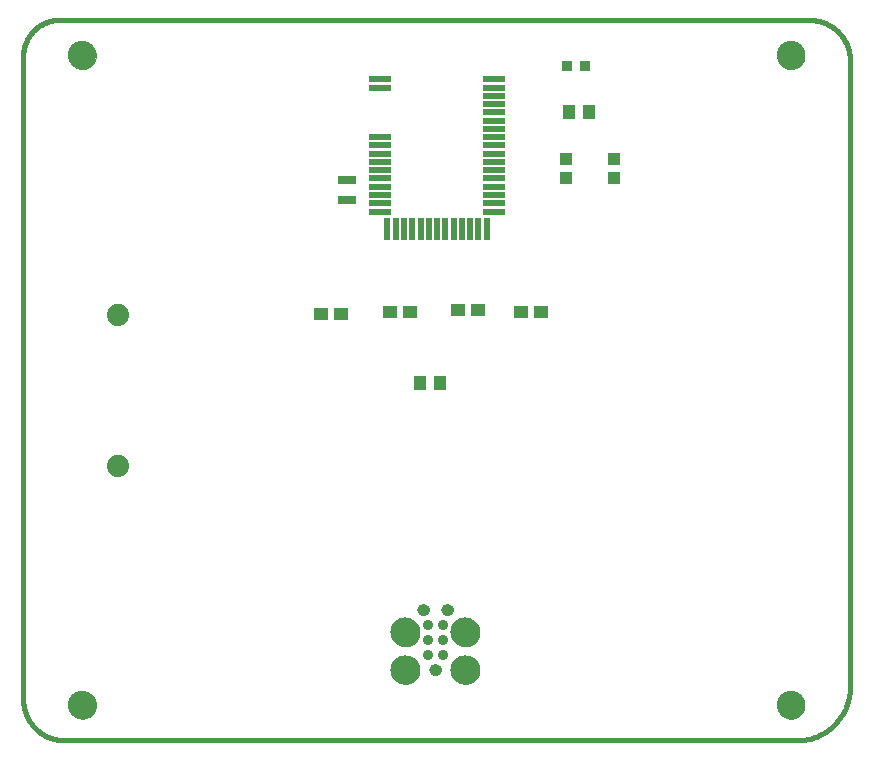
<source format=gts>
G75*
%MOIN*%
%OFA0B0*%
%FSLAX25Y25*%
%IPPOS*%
%LPD*%
%AMOC8*
5,1,8,0,0,1.08239X$1,22.5*
%
%ADD10C,0.01600*%
%ADD11C,0.00000*%
%ADD12C,0.09455*%
%ADD13C,0.07400*%
%ADD14R,0.07683X0.02369*%
%ADD15R,0.02369X0.07683*%
%ADD16R,0.04731X0.04337*%
%ADD17R,0.04337X0.04731*%
%ADD18R,0.05912X0.03156*%
%ADD19R,0.03550X0.03550*%
%ADD20R,0.03943X0.04140*%
%ADD21C,0.03500*%
%ADD22C,0.03900*%
%ADD23C,0.09750*%
D10*
X0017183Y0004413D02*
X0261183Y0004413D01*
X0261614Y0004418D01*
X0262045Y0004434D01*
X0262475Y0004460D01*
X0262905Y0004496D01*
X0263333Y0004543D01*
X0263760Y0004600D01*
X0264186Y0004668D01*
X0264610Y0004745D01*
X0265032Y0004833D01*
X0265452Y0004931D01*
X0265869Y0005040D01*
X0266283Y0005158D01*
X0266695Y0005286D01*
X0267103Y0005424D01*
X0267508Y0005572D01*
X0267909Y0005730D01*
X0268306Y0005897D01*
X0268700Y0006074D01*
X0269088Y0006260D01*
X0269472Y0006456D01*
X0269851Y0006661D01*
X0270226Y0006875D01*
X0270595Y0007098D01*
X0270958Y0007330D01*
X0271316Y0007570D01*
X0271667Y0007820D01*
X0272013Y0008077D01*
X0272352Y0008343D01*
X0272685Y0008617D01*
X0273011Y0008899D01*
X0273330Y0009189D01*
X0273642Y0009486D01*
X0273947Y0009791D01*
X0274244Y0010103D01*
X0274534Y0010422D01*
X0274816Y0010748D01*
X0275090Y0011081D01*
X0275356Y0011420D01*
X0275613Y0011766D01*
X0275863Y0012117D01*
X0276103Y0012475D01*
X0276335Y0012838D01*
X0276558Y0013207D01*
X0276772Y0013582D01*
X0276977Y0013961D01*
X0277173Y0014345D01*
X0277359Y0014733D01*
X0277536Y0015127D01*
X0277703Y0015524D01*
X0277861Y0015925D01*
X0278009Y0016330D01*
X0278147Y0016738D01*
X0278275Y0017150D01*
X0278393Y0017564D01*
X0278502Y0017981D01*
X0278600Y0018401D01*
X0278688Y0018823D01*
X0278765Y0019247D01*
X0278833Y0019673D01*
X0278890Y0020100D01*
X0278937Y0020528D01*
X0278973Y0020958D01*
X0278999Y0021388D01*
X0279015Y0021819D01*
X0279020Y0022250D01*
X0279020Y0231116D01*
X0279019Y0231116D02*
X0279015Y0231441D01*
X0279003Y0231766D01*
X0278984Y0232091D01*
X0278956Y0232414D01*
X0278921Y0232738D01*
X0278878Y0233060D01*
X0278827Y0233381D01*
X0278768Y0233701D01*
X0278702Y0234019D01*
X0278628Y0234336D01*
X0278546Y0234650D01*
X0278457Y0234963D01*
X0278361Y0235274D01*
X0278256Y0235581D01*
X0278145Y0235887D01*
X0278026Y0236189D01*
X0277900Y0236489D01*
X0277766Y0236786D01*
X0277626Y0237079D01*
X0277478Y0237368D01*
X0277323Y0237654D01*
X0277162Y0237937D01*
X0276994Y0238215D01*
X0276819Y0238489D01*
X0276637Y0238759D01*
X0276450Y0239024D01*
X0276255Y0239285D01*
X0276055Y0239541D01*
X0275848Y0239792D01*
X0275635Y0240038D01*
X0275417Y0240278D01*
X0275193Y0240514D01*
X0274963Y0240744D01*
X0274727Y0240968D01*
X0274487Y0241186D01*
X0274241Y0241399D01*
X0273990Y0241606D01*
X0273734Y0241806D01*
X0273473Y0242001D01*
X0273208Y0242188D01*
X0272938Y0242370D01*
X0272664Y0242545D01*
X0272386Y0242713D01*
X0272103Y0242874D01*
X0271817Y0243029D01*
X0271528Y0243177D01*
X0271235Y0243317D01*
X0270938Y0243451D01*
X0270638Y0243577D01*
X0270336Y0243696D01*
X0270030Y0243807D01*
X0269723Y0243912D01*
X0269412Y0244008D01*
X0269099Y0244097D01*
X0268785Y0244179D01*
X0268468Y0244253D01*
X0268150Y0244319D01*
X0267830Y0244378D01*
X0267509Y0244429D01*
X0267187Y0244472D01*
X0266863Y0244507D01*
X0266540Y0244535D01*
X0266215Y0244554D01*
X0265890Y0244566D01*
X0265565Y0244570D01*
X0265565Y0244571D02*
X0015369Y0244571D01*
X0015080Y0244568D01*
X0014792Y0244557D01*
X0014504Y0244540D01*
X0014217Y0244515D01*
X0013930Y0244484D01*
X0013644Y0244446D01*
X0013359Y0244401D01*
X0013075Y0244349D01*
X0012793Y0244290D01*
X0012512Y0244224D01*
X0012232Y0244152D01*
X0011955Y0244072D01*
X0011679Y0243987D01*
X0011406Y0243894D01*
X0011135Y0243795D01*
X0010866Y0243690D01*
X0010601Y0243577D01*
X0010337Y0243459D01*
X0010077Y0243334D01*
X0009820Y0243203D01*
X0009566Y0243066D01*
X0009316Y0242923D01*
X0009069Y0242774D01*
X0008826Y0242618D01*
X0008586Y0242457D01*
X0008351Y0242291D01*
X0008119Y0242118D01*
X0007892Y0241940D01*
X0007670Y0241757D01*
X0007451Y0241568D01*
X0007238Y0241374D01*
X0007029Y0241175D01*
X0006825Y0240971D01*
X0006626Y0240762D01*
X0006432Y0240549D01*
X0006243Y0240330D01*
X0006060Y0240108D01*
X0005882Y0239881D01*
X0005709Y0239649D01*
X0005543Y0239414D01*
X0005382Y0239174D01*
X0005226Y0238931D01*
X0005077Y0238684D01*
X0004934Y0238434D01*
X0004797Y0238180D01*
X0004666Y0237923D01*
X0004541Y0237663D01*
X0004423Y0237399D01*
X0004310Y0237134D01*
X0004205Y0236865D01*
X0004106Y0236594D01*
X0004013Y0236321D01*
X0003928Y0236045D01*
X0003848Y0235768D01*
X0003776Y0235488D01*
X0003710Y0235207D01*
X0003651Y0234925D01*
X0003599Y0234641D01*
X0003554Y0234356D01*
X0003516Y0234070D01*
X0003485Y0233783D01*
X0003460Y0233496D01*
X0003443Y0233208D01*
X0003432Y0232920D01*
X0003429Y0232631D01*
X0003429Y0018168D01*
X0003433Y0017836D01*
X0003445Y0017503D01*
X0003465Y0017172D01*
X0003493Y0016841D01*
X0003529Y0016510D01*
X0003573Y0016181D01*
X0003625Y0015852D01*
X0003685Y0015525D01*
X0003753Y0015200D01*
X0003829Y0014876D01*
X0003912Y0014555D01*
X0004003Y0014235D01*
X0004102Y0013918D01*
X0004209Y0013603D01*
X0004323Y0013291D01*
X0004444Y0012981D01*
X0004573Y0012675D01*
X0004710Y0012372D01*
X0004854Y0012072D01*
X0005004Y0011776D01*
X0005162Y0011484D01*
X0005327Y0011195D01*
X0005499Y0010911D01*
X0005678Y0010631D01*
X0005864Y0010355D01*
X0006056Y0010084D01*
X0006254Y0009817D01*
X0006459Y0009555D01*
X0006671Y0009299D01*
X0006888Y0009047D01*
X0007111Y0008801D01*
X0007341Y0008561D01*
X0007576Y0008326D01*
X0007816Y0008096D01*
X0008062Y0007873D01*
X0008314Y0007656D01*
X0008570Y0007444D01*
X0008832Y0007239D01*
X0009099Y0007041D01*
X0009370Y0006849D01*
X0009646Y0006663D01*
X0009926Y0006484D01*
X0010210Y0006312D01*
X0010499Y0006147D01*
X0010791Y0005989D01*
X0011087Y0005839D01*
X0011387Y0005695D01*
X0011690Y0005558D01*
X0011996Y0005429D01*
X0012306Y0005308D01*
X0012618Y0005194D01*
X0012933Y0005087D01*
X0013250Y0004988D01*
X0013570Y0004897D01*
X0013891Y0004814D01*
X0014215Y0004738D01*
X0014540Y0004670D01*
X0014867Y0004610D01*
X0015196Y0004558D01*
X0015525Y0004514D01*
X0015856Y0004478D01*
X0016187Y0004450D01*
X0016518Y0004430D01*
X0016851Y0004418D01*
X0017183Y0004414D01*
D11*
X0018586Y0016224D02*
X0018588Y0016358D01*
X0018594Y0016492D01*
X0018604Y0016626D01*
X0018618Y0016760D01*
X0018636Y0016893D01*
X0018657Y0017025D01*
X0018683Y0017157D01*
X0018713Y0017288D01*
X0018746Y0017418D01*
X0018783Y0017546D01*
X0018825Y0017674D01*
X0018869Y0017801D01*
X0018918Y0017926D01*
X0018970Y0018049D01*
X0019026Y0018171D01*
X0019086Y0018292D01*
X0019149Y0018410D01*
X0019215Y0018527D01*
X0019285Y0018641D01*
X0019358Y0018754D01*
X0019435Y0018864D01*
X0019515Y0018972D01*
X0019598Y0019077D01*
X0019684Y0019180D01*
X0019773Y0019280D01*
X0019865Y0019378D01*
X0019960Y0019473D01*
X0020058Y0019565D01*
X0020158Y0019654D01*
X0020261Y0019740D01*
X0020366Y0019823D01*
X0020474Y0019903D01*
X0020584Y0019980D01*
X0020697Y0020053D01*
X0020811Y0020123D01*
X0020928Y0020189D01*
X0021046Y0020252D01*
X0021167Y0020312D01*
X0021289Y0020368D01*
X0021412Y0020420D01*
X0021537Y0020469D01*
X0021664Y0020513D01*
X0021792Y0020555D01*
X0021920Y0020592D01*
X0022050Y0020625D01*
X0022181Y0020655D01*
X0022313Y0020681D01*
X0022445Y0020702D01*
X0022578Y0020720D01*
X0022712Y0020734D01*
X0022846Y0020744D01*
X0022980Y0020750D01*
X0023114Y0020752D01*
X0023248Y0020750D01*
X0023382Y0020744D01*
X0023516Y0020734D01*
X0023650Y0020720D01*
X0023783Y0020702D01*
X0023915Y0020681D01*
X0024047Y0020655D01*
X0024178Y0020625D01*
X0024308Y0020592D01*
X0024436Y0020555D01*
X0024564Y0020513D01*
X0024691Y0020469D01*
X0024816Y0020420D01*
X0024939Y0020368D01*
X0025061Y0020312D01*
X0025182Y0020252D01*
X0025300Y0020189D01*
X0025417Y0020123D01*
X0025531Y0020053D01*
X0025644Y0019980D01*
X0025754Y0019903D01*
X0025862Y0019823D01*
X0025967Y0019740D01*
X0026070Y0019654D01*
X0026170Y0019565D01*
X0026268Y0019473D01*
X0026363Y0019378D01*
X0026455Y0019280D01*
X0026544Y0019180D01*
X0026630Y0019077D01*
X0026713Y0018972D01*
X0026793Y0018864D01*
X0026870Y0018754D01*
X0026943Y0018641D01*
X0027013Y0018527D01*
X0027079Y0018410D01*
X0027142Y0018292D01*
X0027202Y0018171D01*
X0027258Y0018049D01*
X0027310Y0017926D01*
X0027359Y0017801D01*
X0027403Y0017674D01*
X0027445Y0017546D01*
X0027482Y0017418D01*
X0027515Y0017288D01*
X0027545Y0017157D01*
X0027571Y0017025D01*
X0027592Y0016893D01*
X0027610Y0016760D01*
X0027624Y0016626D01*
X0027634Y0016492D01*
X0027640Y0016358D01*
X0027642Y0016224D01*
X0027640Y0016090D01*
X0027634Y0015956D01*
X0027624Y0015822D01*
X0027610Y0015688D01*
X0027592Y0015555D01*
X0027571Y0015423D01*
X0027545Y0015291D01*
X0027515Y0015160D01*
X0027482Y0015030D01*
X0027445Y0014902D01*
X0027403Y0014774D01*
X0027359Y0014647D01*
X0027310Y0014522D01*
X0027258Y0014399D01*
X0027202Y0014277D01*
X0027142Y0014156D01*
X0027079Y0014038D01*
X0027013Y0013921D01*
X0026943Y0013807D01*
X0026870Y0013694D01*
X0026793Y0013584D01*
X0026713Y0013476D01*
X0026630Y0013371D01*
X0026544Y0013268D01*
X0026455Y0013168D01*
X0026363Y0013070D01*
X0026268Y0012975D01*
X0026170Y0012883D01*
X0026070Y0012794D01*
X0025967Y0012708D01*
X0025862Y0012625D01*
X0025754Y0012545D01*
X0025644Y0012468D01*
X0025531Y0012395D01*
X0025417Y0012325D01*
X0025300Y0012259D01*
X0025182Y0012196D01*
X0025061Y0012136D01*
X0024939Y0012080D01*
X0024816Y0012028D01*
X0024691Y0011979D01*
X0024564Y0011935D01*
X0024436Y0011893D01*
X0024308Y0011856D01*
X0024178Y0011823D01*
X0024047Y0011793D01*
X0023915Y0011767D01*
X0023783Y0011746D01*
X0023650Y0011728D01*
X0023516Y0011714D01*
X0023382Y0011704D01*
X0023248Y0011698D01*
X0023114Y0011696D01*
X0022980Y0011698D01*
X0022846Y0011704D01*
X0022712Y0011714D01*
X0022578Y0011728D01*
X0022445Y0011746D01*
X0022313Y0011767D01*
X0022181Y0011793D01*
X0022050Y0011823D01*
X0021920Y0011856D01*
X0021792Y0011893D01*
X0021664Y0011935D01*
X0021537Y0011979D01*
X0021412Y0012028D01*
X0021289Y0012080D01*
X0021167Y0012136D01*
X0021046Y0012196D01*
X0020928Y0012259D01*
X0020811Y0012325D01*
X0020697Y0012395D01*
X0020584Y0012468D01*
X0020474Y0012545D01*
X0020366Y0012625D01*
X0020261Y0012708D01*
X0020158Y0012794D01*
X0020058Y0012883D01*
X0019960Y0012975D01*
X0019865Y0013070D01*
X0019773Y0013168D01*
X0019684Y0013268D01*
X0019598Y0013371D01*
X0019515Y0013476D01*
X0019435Y0013584D01*
X0019358Y0013694D01*
X0019285Y0013807D01*
X0019215Y0013921D01*
X0019149Y0014038D01*
X0019086Y0014156D01*
X0019026Y0014277D01*
X0018970Y0014399D01*
X0018918Y0014522D01*
X0018869Y0014647D01*
X0018825Y0014774D01*
X0018783Y0014902D01*
X0018746Y0015030D01*
X0018713Y0015160D01*
X0018683Y0015291D01*
X0018657Y0015423D01*
X0018636Y0015555D01*
X0018618Y0015688D01*
X0018604Y0015822D01*
X0018594Y0015956D01*
X0018588Y0016090D01*
X0018586Y0016224D01*
X0126156Y0027996D02*
X0126158Y0028133D01*
X0126164Y0028269D01*
X0126174Y0028405D01*
X0126188Y0028541D01*
X0126206Y0028677D01*
X0126228Y0028812D01*
X0126253Y0028946D01*
X0126283Y0029079D01*
X0126317Y0029211D01*
X0126354Y0029343D01*
X0126395Y0029473D01*
X0126441Y0029602D01*
X0126489Y0029730D01*
X0126542Y0029856D01*
X0126598Y0029980D01*
X0126658Y0030103D01*
X0126721Y0030224D01*
X0126788Y0030343D01*
X0126858Y0030460D01*
X0126932Y0030576D01*
X0127009Y0030688D01*
X0127089Y0030799D01*
X0127173Y0030907D01*
X0127260Y0031013D01*
X0127349Y0031116D01*
X0127442Y0031216D01*
X0127537Y0031314D01*
X0127636Y0031409D01*
X0127737Y0031501D01*
X0127841Y0031589D01*
X0127947Y0031675D01*
X0128056Y0031758D01*
X0128167Y0031837D01*
X0128280Y0031914D01*
X0128396Y0031987D01*
X0128513Y0032056D01*
X0128633Y0032122D01*
X0128754Y0032184D01*
X0128878Y0032243D01*
X0129003Y0032299D01*
X0129129Y0032350D01*
X0129257Y0032398D01*
X0129386Y0032442D01*
X0129517Y0032483D01*
X0129649Y0032519D01*
X0129781Y0032552D01*
X0129915Y0032580D01*
X0130049Y0032605D01*
X0130184Y0032626D01*
X0130320Y0032643D01*
X0130456Y0032656D01*
X0130592Y0032665D01*
X0130729Y0032670D01*
X0130865Y0032671D01*
X0131002Y0032668D01*
X0131138Y0032661D01*
X0131274Y0032650D01*
X0131410Y0032635D01*
X0131545Y0032616D01*
X0131680Y0032593D01*
X0131814Y0032566D01*
X0131947Y0032536D01*
X0132079Y0032501D01*
X0132211Y0032463D01*
X0132340Y0032421D01*
X0132469Y0032375D01*
X0132596Y0032325D01*
X0132722Y0032271D01*
X0132846Y0032214D01*
X0132969Y0032154D01*
X0133089Y0032089D01*
X0133208Y0032022D01*
X0133324Y0031951D01*
X0133439Y0031876D01*
X0133551Y0031798D01*
X0133661Y0031717D01*
X0133769Y0031633D01*
X0133874Y0031545D01*
X0133976Y0031455D01*
X0134076Y0031362D01*
X0134173Y0031265D01*
X0134267Y0031166D01*
X0134358Y0031065D01*
X0134446Y0030960D01*
X0134531Y0030853D01*
X0134613Y0030744D01*
X0134692Y0030632D01*
X0134767Y0030518D01*
X0134839Y0030402D01*
X0134908Y0030284D01*
X0134973Y0030164D01*
X0135035Y0030042D01*
X0135093Y0029918D01*
X0135147Y0029793D01*
X0135198Y0029666D01*
X0135244Y0029538D01*
X0135288Y0029408D01*
X0135327Y0029277D01*
X0135363Y0029145D01*
X0135394Y0029012D01*
X0135422Y0028879D01*
X0135446Y0028744D01*
X0135466Y0028609D01*
X0135482Y0028473D01*
X0135494Y0028337D01*
X0135502Y0028201D01*
X0135506Y0028064D01*
X0135506Y0027928D01*
X0135502Y0027791D01*
X0135494Y0027655D01*
X0135482Y0027519D01*
X0135466Y0027383D01*
X0135446Y0027248D01*
X0135422Y0027113D01*
X0135394Y0026980D01*
X0135363Y0026847D01*
X0135327Y0026715D01*
X0135288Y0026584D01*
X0135244Y0026454D01*
X0135198Y0026326D01*
X0135147Y0026199D01*
X0135093Y0026074D01*
X0135035Y0025950D01*
X0134973Y0025828D01*
X0134908Y0025708D01*
X0134839Y0025590D01*
X0134767Y0025474D01*
X0134692Y0025360D01*
X0134613Y0025248D01*
X0134531Y0025139D01*
X0134446Y0025032D01*
X0134358Y0024927D01*
X0134267Y0024826D01*
X0134173Y0024727D01*
X0134076Y0024630D01*
X0133976Y0024537D01*
X0133874Y0024447D01*
X0133769Y0024359D01*
X0133661Y0024275D01*
X0133551Y0024194D01*
X0133439Y0024116D01*
X0133324Y0024041D01*
X0133208Y0023970D01*
X0133089Y0023903D01*
X0132969Y0023838D01*
X0132846Y0023778D01*
X0132722Y0023721D01*
X0132596Y0023667D01*
X0132469Y0023617D01*
X0132340Y0023571D01*
X0132211Y0023529D01*
X0132079Y0023491D01*
X0131947Y0023456D01*
X0131814Y0023426D01*
X0131680Y0023399D01*
X0131545Y0023376D01*
X0131410Y0023357D01*
X0131274Y0023342D01*
X0131138Y0023331D01*
X0131002Y0023324D01*
X0130865Y0023321D01*
X0130729Y0023322D01*
X0130592Y0023327D01*
X0130456Y0023336D01*
X0130320Y0023349D01*
X0130184Y0023366D01*
X0130049Y0023387D01*
X0129915Y0023412D01*
X0129781Y0023440D01*
X0129649Y0023473D01*
X0129517Y0023509D01*
X0129386Y0023550D01*
X0129257Y0023594D01*
X0129129Y0023642D01*
X0129003Y0023693D01*
X0128878Y0023749D01*
X0128754Y0023808D01*
X0128633Y0023870D01*
X0128513Y0023936D01*
X0128396Y0024005D01*
X0128280Y0024078D01*
X0128167Y0024155D01*
X0128056Y0024234D01*
X0127947Y0024317D01*
X0127841Y0024403D01*
X0127737Y0024491D01*
X0127636Y0024583D01*
X0127537Y0024678D01*
X0127442Y0024776D01*
X0127349Y0024876D01*
X0127260Y0024979D01*
X0127173Y0025085D01*
X0127089Y0025193D01*
X0127009Y0025304D01*
X0126932Y0025416D01*
X0126858Y0025532D01*
X0126788Y0025649D01*
X0126721Y0025768D01*
X0126658Y0025889D01*
X0126598Y0026012D01*
X0126542Y0026136D01*
X0126489Y0026262D01*
X0126441Y0026390D01*
X0126395Y0026519D01*
X0126354Y0026649D01*
X0126317Y0026781D01*
X0126283Y0026913D01*
X0126253Y0027046D01*
X0126228Y0027180D01*
X0126206Y0027315D01*
X0126188Y0027451D01*
X0126174Y0027587D01*
X0126164Y0027723D01*
X0126158Y0027859D01*
X0126156Y0027996D01*
X0126156Y0040496D02*
X0126158Y0040633D01*
X0126164Y0040769D01*
X0126174Y0040905D01*
X0126188Y0041041D01*
X0126206Y0041177D01*
X0126228Y0041312D01*
X0126253Y0041446D01*
X0126283Y0041579D01*
X0126317Y0041711D01*
X0126354Y0041843D01*
X0126395Y0041973D01*
X0126441Y0042102D01*
X0126489Y0042230D01*
X0126542Y0042356D01*
X0126598Y0042480D01*
X0126658Y0042603D01*
X0126721Y0042724D01*
X0126788Y0042843D01*
X0126858Y0042960D01*
X0126932Y0043076D01*
X0127009Y0043188D01*
X0127089Y0043299D01*
X0127173Y0043407D01*
X0127260Y0043513D01*
X0127349Y0043616D01*
X0127442Y0043716D01*
X0127537Y0043814D01*
X0127636Y0043909D01*
X0127737Y0044001D01*
X0127841Y0044089D01*
X0127947Y0044175D01*
X0128056Y0044258D01*
X0128167Y0044337D01*
X0128280Y0044414D01*
X0128396Y0044487D01*
X0128513Y0044556D01*
X0128633Y0044622D01*
X0128754Y0044684D01*
X0128878Y0044743D01*
X0129003Y0044799D01*
X0129129Y0044850D01*
X0129257Y0044898D01*
X0129386Y0044942D01*
X0129517Y0044983D01*
X0129649Y0045019D01*
X0129781Y0045052D01*
X0129915Y0045080D01*
X0130049Y0045105D01*
X0130184Y0045126D01*
X0130320Y0045143D01*
X0130456Y0045156D01*
X0130592Y0045165D01*
X0130729Y0045170D01*
X0130865Y0045171D01*
X0131002Y0045168D01*
X0131138Y0045161D01*
X0131274Y0045150D01*
X0131410Y0045135D01*
X0131545Y0045116D01*
X0131680Y0045093D01*
X0131814Y0045066D01*
X0131947Y0045036D01*
X0132079Y0045001D01*
X0132211Y0044963D01*
X0132340Y0044921D01*
X0132469Y0044875D01*
X0132596Y0044825D01*
X0132722Y0044771D01*
X0132846Y0044714D01*
X0132969Y0044654D01*
X0133089Y0044589D01*
X0133208Y0044522D01*
X0133324Y0044451D01*
X0133439Y0044376D01*
X0133551Y0044298D01*
X0133661Y0044217D01*
X0133769Y0044133D01*
X0133874Y0044045D01*
X0133976Y0043955D01*
X0134076Y0043862D01*
X0134173Y0043765D01*
X0134267Y0043666D01*
X0134358Y0043565D01*
X0134446Y0043460D01*
X0134531Y0043353D01*
X0134613Y0043244D01*
X0134692Y0043132D01*
X0134767Y0043018D01*
X0134839Y0042902D01*
X0134908Y0042784D01*
X0134973Y0042664D01*
X0135035Y0042542D01*
X0135093Y0042418D01*
X0135147Y0042293D01*
X0135198Y0042166D01*
X0135244Y0042038D01*
X0135288Y0041908D01*
X0135327Y0041777D01*
X0135363Y0041645D01*
X0135394Y0041512D01*
X0135422Y0041379D01*
X0135446Y0041244D01*
X0135466Y0041109D01*
X0135482Y0040973D01*
X0135494Y0040837D01*
X0135502Y0040701D01*
X0135506Y0040564D01*
X0135506Y0040428D01*
X0135502Y0040291D01*
X0135494Y0040155D01*
X0135482Y0040019D01*
X0135466Y0039883D01*
X0135446Y0039748D01*
X0135422Y0039613D01*
X0135394Y0039480D01*
X0135363Y0039347D01*
X0135327Y0039215D01*
X0135288Y0039084D01*
X0135244Y0038954D01*
X0135198Y0038826D01*
X0135147Y0038699D01*
X0135093Y0038574D01*
X0135035Y0038450D01*
X0134973Y0038328D01*
X0134908Y0038208D01*
X0134839Y0038090D01*
X0134767Y0037974D01*
X0134692Y0037860D01*
X0134613Y0037748D01*
X0134531Y0037639D01*
X0134446Y0037532D01*
X0134358Y0037427D01*
X0134267Y0037326D01*
X0134173Y0037227D01*
X0134076Y0037130D01*
X0133976Y0037037D01*
X0133874Y0036947D01*
X0133769Y0036859D01*
X0133661Y0036775D01*
X0133551Y0036694D01*
X0133439Y0036616D01*
X0133324Y0036541D01*
X0133208Y0036470D01*
X0133089Y0036403D01*
X0132969Y0036338D01*
X0132846Y0036278D01*
X0132722Y0036221D01*
X0132596Y0036167D01*
X0132469Y0036117D01*
X0132340Y0036071D01*
X0132211Y0036029D01*
X0132079Y0035991D01*
X0131947Y0035956D01*
X0131814Y0035926D01*
X0131680Y0035899D01*
X0131545Y0035876D01*
X0131410Y0035857D01*
X0131274Y0035842D01*
X0131138Y0035831D01*
X0131002Y0035824D01*
X0130865Y0035821D01*
X0130729Y0035822D01*
X0130592Y0035827D01*
X0130456Y0035836D01*
X0130320Y0035849D01*
X0130184Y0035866D01*
X0130049Y0035887D01*
X0129915Y0035912D01*
X0129781Y0035940D01*
X0129649Y0035973D01*
X0129517Y0036009D01*
X0129386Y0036050D01*
X0129257Y0036094D01*
X0129129Y0036142D01*
X0129003Y0036193D01*
X0128878Y0036249D01*
X0128754Y0036308D01*
X0128633Y0036370D01*
X0128513Y0036436D01*
X0128396Y0036505D01*
X0128280Y0036578D01*
X0128167Y0036655D01*
X0128056Y0036734D01*
X0127947Y0036817D01*
X0127841Y0036903D01*
X0127737Y0036991D01*
X0127636Y0037083D01*
X0127537Y0037178D01*
X0127442Y0037276D01*
X0127349Y0037376D01*
X0127260Y0037479D01*
X0127173Y0037585D01*
X0127089Y0037693D01*
X0127009Y0037804D01*
X0126932Y0037916D01*
X0126858Y0038032D01*
X0126788Y0038149D01*
X0126721Y0038268D01*
X0126658Y0038389D01*
X0126598Y0038512D01*
X0126542Y0038636D01*
X0126489Y0038762D01*
X0126441Y0038890D01*
X0126395Y0039019D01*
X0126354Y0039149D01*
X0126317Y0039281D01*
X0126283Y0039413D01*
X0126253Y0039546D01*
X0126228Y0039680D01*
X0126206Y0039815D01*
X0126188Y0039951D01*
X0126174Y0040087D01*
X0126164Y0040223D01*
X0126158Y0040359D01*
X0126156Y0040496D01*
X0135081Y0047996D02*
X0135083Y0048079D01*
X0135089Y0048162D01*
X0135099Y0048245D01*
X0135113Y0048327D01*
X0135130Y0048409D01*
X0135152Y0048489D01*
X0135177Y0048568D01*
X0135206Y0048646D01*
X0135239Y0048723D01*
X0135276Y0048798D01*
X0135315Y0048871D01*
X0135359Y0048942D01*
X0135405Y0049011D01*
X0135455Y0049078D01*
X0135508Y0049142D01*
X0135564Y0049204D01*
X0135623Y0049263D01*
X0135685Y0049319D01*
X0135749Y0049372D01*
X0135816Y0049422D01*
X0135885Y0049468D01*
X0135956Y0049512D01*
X0136029Y0049551D01*
X0136104Y0049588D01*
X0136181Y0049621D01*
X0136259Y0049650D01*
X0136338Y0049675D01*
X0136418Y0049697D01*
X0136500Y0049714D01*
X0136582Y0049728D01*
X0136665Y0049738D01*
X0136748Y0049744D01*
X0136831Y0049746D01*
X0136914Y0049744D01*
X0136997Y0049738D01*
X0137080Y0049728D01*
X0137162Y0049714D01*
X0137244Y0049697D01*
X0137324Y0049675D01*
X0137403Y0049650D01*
X0137481Y0049621D01*
X0137558Y0049588D01*
X0137633Y0049551D01*
X0137706Y0049512D01*
X0137777Y0049468D01*
X0137846Y0049422D01*
X0137913Y0049372D01*
X0137977Y0049319D01*
X0138039Y0049263D01*
X0138098Y0049204D01*
X0138154Y0049142D01*
X0138207Y0049078D01*
X0138257Y0049011D01*
X0138303Y0048942D01*
X0138347Y0048871D01*
X0138386Y0048798D01*
X0138423Y0048723D01*
X0138456Y0048646D01*
X0138485Y0048568D01*
X0138510Y0048489D01*
X0138532Y0048409D01*
X0138549Y0048327D01*
X0138563Y0048245D01*
X0138573Y0048162D01*
X0138579Y0048079D01*
X0138581Y0047996D01*
X0138579Y0047913D01*
X0138573Y0047830D01*
X0138563Y0047747D01*
X0138549Y0047665D01*
X0138532Y0047583D01*
X0138510Y0047503D01*
X0138485Y0047424D01*
X0138456Y0047346D01*
X0138423Y0047269D01*
X0138386Y0047194D01*
X0138347Y0047121D01*
X0138303Y0047050D01*
X0138257Y0046981D01*
X0138207Y0046914D01*
X0138154Y0046850D01*
X0138098Y0046788D01*
X0138039Y0046729D01*
X0137977Y0046673D01*
X0137913Y0046620D01*
X0137846Y0046570D01*
X0137777Y0046524D01*
X0137706Y0046480D01*
X0137633Y0046441D01*
X0137558Y0046404D01*
X0137481Y0046371D01*
X0137403Y0046342D01*
X0137324Y0046317D01*
X0137244Y0046295D01*
X0137162Y0046278D01*
X0137080Y0046264D01*
X0136997Y0046254D01*
X0136914Y0046248D01*
X0136831Y0046246D01*
X0136748Y0046248D01*
X0136665Y0046254D01*
X0136582Y0046264D01*
X0136500Y0046278D01*
X0136418Y0046295D01*
X0136338Y0046317D01*
X0136259Y0046342D01*
X0136181Y0046371D01*
X0136104Y0046404D01*
X0136029Y0046441D01*
X0135956Y0046480D01*
X0135885Y0046524D01*
X0135816Y0046570D01*
X0135749Y0046620D01*
X0135685Y0046673D01*
X0135623Y0046729D01*
X0135564Y0046788D01*
X0135508Y0046850D01*
X0135455Y0046914D01*
X0135405Y0046981D01*
X0135359Y0047050D01*
X0135315Y0047121D01*
X0135276Y0047194D01*
X0135239Y0047269D01*
X0135206Y0047346D01*
X0135177Y0047424D01*
X0135152Y0047503D01*
X0135130Y0047583D01*
X0135113Y0047665D01*
X0135099Y0047747D01*
X0135089Y0047830D01*
X0135083Y0047913D01*
X0135081Y0047996D01*
X0143081Y0047996D02*
X0143083Y0048079D01*
X0143089Y0048162D01*
X0143099Y0048245D01*
X0143113Y0048327D01*
X0143130Y0048409D01*
X0143152Y0048489D01*
X0143177Y0048568D01*
X0143206Y0048646D01*
X0143239Y0048723D01*
X0143276Y0048798D01*
X0143315Y0048871D01*
X0143359Y0048942D01*
X0143405Y0049011D01*
X0143455Y0049078D01*
X0143508Y0049142D01*
X0143564Y0049204D01*
X0143623Y0049263D01*
X0143685Y0049319D01*
X0143749Y0049372D01*
X0143816Y0049422D01*
X0143885Y0049468D01*
X0143956Y0049512D01*
X0144029Y0049551D01*
X0144104Y0049588D01*
X0144181Y0049621D01*
X0144259Y0049650D01*
X0144338Y0049675D01*
X0144418Y0049697D01*
X0144500Y0049714D01*
X0144582Y0049728D01*
X0144665Y0049738D01*
X0144748Y0049744D01*
X0144831Y0049746D01*
X0144914Y0049744D01*
X0144997Y0049738D01*
X0145080Y0049728D01*
X0145162Y0049714D01*
X0145244Y0049697D01*
X0145324Y0049675D01*
X0145403Y0049650D01*
X0145481Y0049621D01*
X0145558Y0049588D01*
X0145633Y0049551D01*
X0145706Y0049512D01*
X0145777Y0049468D01*
X0145846Y0049422D01*
X0145913Y0049372D01*
X0145977Y0049319D01*
X0146039Y0049263D01*
X0146098Y0049204D01*
X0146154Y0049142D01*
X0146207Y0049078D01*
X0146257Y0049011D01*
X0146303Y0048942D01*
X0146347Y0048871D01*
X0146386Y0048798D01*
X0146423Y0048723D01*
X0146456Y0048646D01*
X0146485Y0048568D01*
X0146510Y0048489D01*
X0146532Y0048409D01*
X0146549Y0048327D01*
X0146563Y0048245D01*
X0146573Y0048162D01*
X0146579Y0048079D01*
X0146581Y0047996D01*
X0146579Y0047913D01*
X0146573Y0047830D01*
X0146563Y0047747D01*
X0146549Y0047665D01*
X0146532Y0047583D01*
X0146510Y0047503D01*
X0146485Y0047424D01*
X0146456Y0047346D01*
X0146423Y0047269D01*
X0146386Y0047194D01*
X0146347Y0047121D01*
X0146303Y0047050D01*
X0146257Y0046981D01*
X0146207Y0046914D01*
X0146154Y0046850D01*
X0146098Y0046788D01*
X0146039Y0046729D01*
X0145977Y0046673D01*
X0145913Y0046620D01*
X0145846Y0046570D01*
X0145777Y0046524D01*
X0145706Y0046480D01*
X0145633Y0046441D01*
X0145558Y0046404D01*
X0145481Y0046371D01*
X0145403Y0046342D01*
X0145324Y0046317D01*
X0145244Y0046295D01*
X0145162Y0046278D01*
X0145080Y0046264D01*
X0144997Y0046254D01*
X0144914Y0046248D01*
X0144831Y0046246D01*
X0144748Y0046248D01*
X0144665Y0046254D01*
X0144582Y0046264D01*
X0144500Y0046278D01*
X0144418Y0046295D01*
X0144338Y0046317D01*
X0144259Y0046342D01*
X0144181Y0046371D01*
X0144104Y0046404D01*
X0144029Y0046441D01*
X0143956Y0046480D01*
X0143885Y0046524D01*
X0143816Y0046570D01*
X0143749Y0046620D01*
X0143685Y0046673D01*
X0143623Y0046729D01*
X0143564Y0046788D01*
X0143508Y0046850D01*
X0143455Y0046914D01*
X0143405Y0046981D01*
X0143359Y0047050D01*
X0143315Y0047121D01*
X0143276Y0047194D01*
X0143239Y0047269D01*
X0143206Y0047346D01*
X0143177Y0047424D01*
X0143152Y0047503D01*
X0143130Y0047583D01*
X0143113Y0047665D01*
X0143099Y0047747D01*
X0143089Y0047830D01*
X0143083Y0047913D01*
X0143081Y0047996D01*
X0146156Y0040496D02*
X0146158Y0040633D01*
X0146164Y0040769D01*
X0146174Y0040905D01*
X0146188Y0041041D01*
X0146206Y0041177D01*
X0146228Y0041312D01*
X0146253Y0041446D01*
X0146283Y0041579D01*
X0146317Y0041711D01*
X0146354Y0041843D01*
X0146395Y0041973D01*
X0146441Y0042102D01*
X0146489Y0042230D01*
X0146542Y0042356D01*
X0146598Y0042480D01*
X0146658Y0042603D01*
X0146721Y0042724D01*
X0146788Y0042843D01*
X0146858Y0042960D01*
X0146932Y0043076D01*
X0147009Y0043188D01*
X0147089Y0043299D01*
X0147173Y0043407D01*
X0147260Y0043513D01*
X0147349Y0043616D01*
X0147442Y0043716D01*
X0147537Y0043814D01*
X0147636Y0043909D01*
X0147737Y0044001D01*
X0147841Y0044089D01*
X0147947Y0044175D01*
X0148056Y0044258D01*
X0148167Y0044337D01*
X0148280Y0044414D01*
X0148396Y0044487D01*
X0148513Y0044556D01*
X0148633Y0044622D01*
X0148754Y0044684D01*
X0148878Y0044743D01*
X0149003Y0044799D01*
X0149129Y0044850D01*
X0149257Y0044898D01*
X0149386Y0044942D01*
X0149517Y0044983D01*
X0149649Y0045019D01*
X0149781Y0045052D01*
X0149915Y0045080D01*
X0150049Y0045105D01*
X0150184Y0045126D01*
X0150320Y0045143D01*
X0150456Y0045156D01*
X0150592Y0045165D01*
X0150729Y0045170D01*
X0150865Y0045171D01*
X0151002Y0045168D01*
X0151138Y0045161D01*
X0151274Y0045150D01*
X0151410Y0045135D01*
X0151545Y0045116D01*
X0151680Y0045093D01*
X0151814Y0045066D01*
X0151947Y0045036D01*
X0152079Y0045001D01*
X0152211Y0044963D01*
X0152340Y0044921D01*
X0152469Y0044875D01*
X0152596Y0044825D01*
X0152722Y0044771D01*
X0152846Y0044714D01*
X0152969Y0044654D01*
X0153089Y0044589D01*
X0153208Y0044522D01*
X0153324Y0044451D01*
X0153439Y0044376D01*
X0153551Y0044298D01*
X0153661Y0044217D01*
X0153769Y0044133D01*
X0153874Y0044045D01*
X0153976Y0043955D01*
X0154076Y0043862D01*
X0154173Y0043765D01*
X0154267Y0043666D01*
X0154358Y0043565D01*
X0154446Y0043460D01*
X0154531Y0043353D01*
X0154613Y0043244D01*
X0154692Y0043132D01*
X0154767Y0043018D01*
X0154839Y0042902D01*
X0154908Y0042784D01*
X0154973Y0042664D01*
X0155035Y0042542D01*
X0155093Y0042418D01*
X0155147Y0042293D01*
X0155198Y0042166D01*
X0155244Y0042038D01*
X0155288Y0041908D01*
X0155327Y0041777D01*
X0155363Y0041645D01*
X0155394Y0041512D01*
X0155422Y0041379D01*
X0155446Y0041244D01*
X0155466Y0041109D01*
X0155482Y0040973D01*
X0155494Y0040837D01*
X0155502Y0040701D01*
X0155506Y0040564D01*
X0155506Y0040428D01*
X0155502Y0040291D01*
X0155494Y0040155D01*
X0155482Y0040019D01*
X0155466Y0039883D01*
X0155446Y0039748D01*
X0155422Y0039613D01*
X0155394Y0039480D01*
X0155363Y0039347D01*
X0155327Y0039215D01*
X0155288Y0039084D01*
X0155244Y0038954D01*
X0155198Y0038826D01*
X0155147Y0038699D01*
X0155093Y0038574D01*
X0155035Y0038450D01*
X0154973Y0038328D01*
X0154908Y0038208D01*
X0154839Y0038090D01*
X0154767Y0037974D01*
X0154692Y0037860D01*
X0154613Y0037748D01*
X0154531Y0037639D01*
X0154446Y0037532D01*
X0154358Y0037427D01*
X0154267Y0037326D01*
X0154173Y0037227D01*
X0154076Y0037130D01*
X0153976Y0037037D01*
X0153874Y0036947D01*
X0153769Y0036859D01*
X0153661Y0036775D01*
X0153551Y0036694D01*
X0153439Y0036616D01*
X0153324Y0036541D01*
X0153208Y0036470D01*
X0153089Y0036403D01*
X0152969Y0036338D01*
X0152846Y0036278D01*
X0152722Y0036221D01*
X0152596Y0036167D01*
X0152469Y0036117D01*
X0152340Y0036071D01*
X0152211Y0036029D01*
X0152079Y0035991D01*
X0151947Y0035956D01*
X0151814Y0035926D01*
X0151680Y0035899D01*
X0151545Y0035876D01*
X0151410Y0035857D01*
X0151274Y0035842D01*
X0151138Y0035831D01*
X0151002Y0035824D01*
X0150865Y0035821D01*
X0150729Y0035822D01*
X0150592Y0035827D01*
X0150456Y0035836D01*
X0150320Y0035849D01*
X0150184Y0035866D01*
X0150049Y0035887D01*
X0149915Y0035912D01*
X0149781Y0035940D01*
X0149649Y0035973D01*
X0149517Y0036009D01*
X0149386Y0036050D01*
X0149257Y0036094D01*
X0149129Y0036142D01*
X0149003Y0036193D01*
X0148878Y0036249D01*
X0148754Y0036308D01*
X0148633Y0036370D01*
X0148513Y0036436D01*
X0148396Y0036505D01*
X0148280Y0036578D01*
X0148167Y0036655D01*
X0148056Y0036734D01*
X0147947Y0036817D01*
X0147841Y0036903D01*
X0147737Y0036991D01*
X0147636Y0037083D01*
X0147537Y0037178D01*
X0147442Y0037276D01*
X0147349Y0037376D01*
X0147260Y0037479D01*
X0147173Y0037585D01*
X0147089Y0037693D01*
X0147009Y0037804D01*
X0146932Y0037916D01*
X0146858Y0038032D01*
X0146788Y0038149D01*
X0146721Y0038268D01*
X0146658Y0038389D01*
X0146598Y0038512D01*
X0146542Y0038636D01*
X0146489Y0038762D01*
X0146441Y0038890D01*
X0146395Y0039019D01*
X0146354Y0039149D01*
X0146317Y0039281D01*
X0146283Y0039413D01*
X0146253Y0039546D01*
X0146228Y0039680D01*
X0146206Y0039815D01*
X0146188Y0039951D01*
X0146174Y0040087D01*
X0146164Y0040223D01*
X0146158Y0040359D01*
X0146156Y0040496D01*
X0146156Y0027996D02*
X0146158Y0028133D01*
X0146164Y0028269D01*
X0146174Y0028405D01*
X0146188Y0028541D01*
X0146206Y0028677D01*
X0146228Y0028812D01*
X0146253Y0028946D01*
X0146283Y0029079D01*
X0146317Y0029211D01*
X0146354Y0029343D01*
X0146395Y0029473D01*
X0146441Y0029602D01*
X0146489Y0029730D01*
X0146542Y0029856D01*
X0146598Y0029980D01*
X0146658Y0030103D01*
X0146721Y0030224D01*
X0146788Y0030343D01*
X0146858Y0030460D01*
X0146932Y0030576D01*
X0147009Y0030688D01*
X0147089Y0030799D01*
X0147173Y0030907D01*
X0147260Y0031013D01*
X0147349Y0031116D01*
X0147442Y0031216D01*
X0147537Y0031314D01*
X0147636Y0031409D01*
X0147737Y0031501D01*
X0147841Y0031589D01*
X0147947Y0031675D01*
X0148056Y0031758D01*
X0148167Y0031837D01*
X0148280Y0031914D01*
X0148396Y0031987D01*
X0148513Y0032056D01*
X0148633Y0032122D01*
X0148754Y0032184D01*
X0148878Y0032243D01*
X0149003Y0032299D01*
X0149129Y0032350D01*
X0149257Y0032398D01*
X0149386Y0032442D01*
X0149517Y0032483D01*
X0149649Y0032519D01*
X0149781Y0032552D01*
X0149915Y0032580D01*
X0150049Y0032605D01*
X0150184Y0032626D01*
X0150320Y0032643D01*
X0150456Y0032656D01*
X0150592Y0032665D01*
X0150729Y0032670D01*
X0150865Y0032671D01*
X0151002Y0032668D01*
X0151138Y0032661D01*
X0151274Y0032650D01*
X0151410Y0032635D01*
X0151545Y0032616D01*
X0151680Y0032593D01*
X0151814Y0032566D01*
X0151947Y0032536D01*
X0152079Y0032501D01*
X0152211Y0032463D01*
X0152340Y0032421D01*
X0152469Y0032375D01*
X0152596Y0032325D01*
X0152722Y0032271D01*
X0152846Y0032214D01*
X0152969Y0032154D01*
X0153089Y0032089D01*
X0153208Y0032022D01*
X0153324Y0031951D01*
X0153439Y0031876D01*
X0153551Y0031798D01*
X0153661Y0031717D01*
X0153769Y0031633D01*
X0153874Y0031545D01*
X0153976Y0031455D01*
X0154076Y0031362D01*
X0154173Y0031265D01*
X0154267Y0031166D01*
X0154358Y0031065D01*
X0154446Y0030960D01*
X0154531Y0030853D01*
X0154613Y0030744D01*
X0154692Y0030632D01*
X0154767Y0030518D01*
X0154839Y0030402D01*
X0154908Y0030284D01*
X0154973Y0030164D01*
X0155035Y0030042D01*
X0155093Y0029918D01*
X0155147Y0029793D01*
X0155198Y0029666D01*
X0155244Y0029538D01*
X0155288Y0029408D01*
X0155327Y0029277D01*
X0155363Y0029145D01*
X0155394Y0029012D01*
X0155422Y0028879D01*
X0155446Y0028744D01*
X0155466Y0028609D01*
X0155482Y0028473D01*
X0155494Y0028337D01*
X0155502Y0028201D01*
X0155506Y0028064D01*
X0155506Y0027928D01*
X0155502Y0027791D01*
X0155494Y0027655D01*
X0155482Y0027519D01*
X0155466Y0027383D01*
X0155446Y0027248D01*
X0155422Y0027113D01*
X0155394Y0026980D01*
X0155363Y0026847D01*
X0155327Y0026715D01*
X0155288Y0026584D01*
X0155244Y0026454D01*
X0155198Y0026326D01*
X0155147Y0026199D01*
X0155093Y0026074D01*
X0155035Y0025950D01*
X0154973Y0025828D01*
X0154908Y0025708D01*
X0154839Y0025590D01*
X0154767Y0025474D01*
X0154692Y0025360D01*
X0154613Y0025248D01*
X0154531Y0025139D01*
X0154446Y0025032D01*
X0154358Y0024927D01*
X0154267Y0024826D01*
X0154173Y0024727D01*
X0154076Y0024630D01*
X0153976Y0024537D01*
X0153874Y0024447D01*
X0153769Y0024359D01*
X0153661Y0024275D01*
X0153551Y0024194D01*
X0153439Y0024116D01*
X0153324Y0024041D01*
X0153208Y0023970D01*
X0153089Y0023903D01*
X0152969Y0023838D01*
X0152846Y0023778D01*
X0152722Y0023721D01*
X0152596Y0023667D01*
X0152469Y0023617D01*
X0152340Y0023571D01*
X0152211Y0023529D01*
X0152079Y0023491D01*
X0151947Y0023456D01*
X0151814Y0023426D01*
X0151680Y0023399D01*
X0151545Y0023376D01*
X0151410Y0023357D01*
X0151274Y0023342D01*
X0151138Y0023331D01*
X0151002Y0023324D01*
X0150865Y0023321D01*
X0150729Y0023322D01*
X0150592Y0023327D01*
X0150456Y0023336D01*
X0150320Y0023349D01*
X0150184Y0023366D01*
X0150049Y0023387D01*
X0149915Y0023412D01*
X0149781Y0023440D01*
X0149649Y0023473D01*
X0149517Y0023509D01*
X0149386Y0023550D01*
X0149257Y0023594D01*
X0149129Y0023642D01*
X0149003Y0023693D01*
X0148878Y0023749D01*
X0148754Y0023808D01*
X0148633Y0023870D01*
X0148513Y0023936D01*
X0148396Y0024005D01*
X0148280Y0024078D01*
X0148167Y0024155D01*
X0148056Y0024234D01*
X0147947Y0024317D01*
X0147841Y0024403D01*
X0147737Y0024491D01*
X0147636Y0024583D01*
X0147537Y0024678D01*
X0147442Y0024776D01*
X0147349Y0024876D01*
X0147260Y0024979D01*
X0147173Y0025085D01*
X0147089Y0025193D01*
X0147009Y0025304D01*
X0146932Y0025416D01*
X0146858Y0025532D01*
X0146788Y0025649D01*
X0146721Y0025768D01*
X0146658Y0025889D01*
X0146598Y0026012D01*
X0146542Y0026136D01*
X0146489Y0026262D01*
X0146441Y0026390D01*
X0146395Y0026519D01*
X0146354Y0026649D01*
X0146317Y0026781D01*
X0146283Y0026913D01*
X0146253Y0027046D01*
X0146228Y0027180D01*
X0146206Y0027315D01*
X0146188Y0027451D01*
X0146174Y0027587D01*
X0146164Y0027723D01*
X0146158Y0027859D01*
X0146156Y0027996D01*
X0139081Y0027996D02*
X0139083Y0028079D01*
X0139089Y0028162D01*
X0139099Y0028245D01*
X0139113Y0028327D01*
X0139130Y0028409D01*
X0139152Y0028489D01*
X0139177Y0028568D01*
X0139206Y0028646D01*
X0139239Y0028723D01*
X0139276Y0028798D01*
X0139315Y0028871D01*
X0139359Y0028942D01*
X0139405Y0029011D01*
X0139455Y0029078D01*
X0139508Y0029142D01*
X0139564Y0029204D01*
X0139623Y0029263D01*
X0139685Y0029319D01*
X0139749Y0029372D01*
X0139816Y0029422D01*
X0139885Y0029468D01*
X0139956Y0029512D01*
X0140029Y0029551D01*
X0140104Y0029588D01*
X0140181Y0029621D01*
X0140259Y0029650D01*
X0140338Y0029675D01*
X0140418Y0029697D01*
X0140500Y0029714D01*
X0140582Y0029728D01*
X0140665Y0029738D01*
X0140748Y0029744D01*
X0140831Y0029746D01*
X0140914Y0029744D01*
X0140997Y0029738D01*
X0141080Y0029728D01*
X0141162Y0029714D01*
X0141244Y0029697D01*
X0141324Y0029675D01*
X0141403Y0029650D01*
X0141481Y0029621D01*
X0141558Y0029588D01*
X0141633Y0029551D01*
X0141706Y0029512D01*
X0141777Y0029468D01*
X0141846Y0029422D01*
X0141913Y0029372D01*
X0141977Y0029319D01*
X0142039Y0029263D01*
X0142098Y0029204D01*
X0142154Y0029142D01*
X0142207Y0029078D01*
X0142257Y0029011D01*
X0142303Y0028942D01*
X0142347Y0028871D01*
X0142386Y0028798D01*
X0142423Y0028723D01*
X0142456Y0028646D01*
X0142485Y0028568D01*
X0142510Y0028489D01*
X0142532Y0028409D01*
X0142549Y0028327D01*
X0142563Y0028245D01*
X0142573Y0028162D01*
X0142579Y0028079D01*
X0142581Y0027996D01*
X0142579Y0027913D01*
X0142573Y0027830D01*
X0142563Y0027747D01*
X0142549Y0027665D01*
X0142532Y0027583D01*
X0142510Y0027503D01*
X0142485Y0027424D01*
X0142456Y0027346D01*
X0142423Y0027269D01*
X0142386Y0027194D01*
X0142347Y0027121D01*
X0142303Y0027050D01*
X0142257Y0026981D01*
X0142207Y0026914D01*
X0142154Y0026850D01*
X0142098Y0026788D01*
X0142039Y0026729D01*
X0141977Y0026673D01*
X0141913Y0026620D01*
X0141846Y0026570D01*
X0141777Y0026524D01*
X0141706Y0026480D01*
X0141633Y0026441D01*
X0141558Y0026404D01*
X0141481Y0026371D01*
X0141403Y0026342D01*
X0141324Y0026317D01*
X0141244Y0026295D01*
X0141162Y0026278D01*
X0141080Y0026264D01*
X0140997Y0026254D01*
X0140914Y0026248D01*
X0140831Y0026246D01*
X0140748Y0026248D01*
X0140665Y0026254D01*
X0140582Y0026264D01*
X0140500Y0026278D01*
X0140418Y0026295D01*
X0140338Y0026317D01*
X0140259Y0026342D01*
X0140181Y0026371D01*
X0140104Y0026404D01*
X0140029Y0026441D01*
X0139956Y0026480D01*
X0139885Y0026524D01*
X0139816Y0026570D01*
X0139749Y0026620D01*
X0139685Y0026673D01*
X0139623Y0026729D01*
X0139564Y0026788D01*
X0139508Y0026850D01*
X0139455Y0026914D01*
X0139405Y0026981D01*
X0139359Y0027050D01*
X0139315Y0027121D01*
X0139276Y0027194D01*
X0139239Y0027269D01*
X0139206Y0027346D01*
X0139177Y0027424D01*
X0139152Y0027503D01*
X0139130Y0027583D01*
X0139113Y0027665D01*
X0139099Y0027747D01*
X0139089Y0027830D01*
X0139083Y0027913D01*
X0139081Y0027996D01*
X0254807Y0016224D02*
X0254809Y0016358D01*
X0254815Y0016492D01*
X0254825Y0016626D01*
X0254839Y0016760D01*
X0254857Y0016893D01*
X0254878Y0017025D01*
X0254904Y0017157D01*
X0254934Y0017288D01*
X0254967Y0017418D01*
X0255004Y0017546D01*
X0255046Y0017674D01*
X0255090Y0017801D01*
X0255139Y0017926D01*
X0255191Y0018049D01*
X0255247Y0018171D01*
X0255307Y0018292D01*
X0255370Y0018410D01*
X0255436Y0018527D01*
X0255506Y0018641D01*
X0255579Y0018754D01*
X0255656Y0018864D01*
X0255736Y0018972D01*
X0255819Y0019077D01*
X0255905Y0019180D01*
X0255994Y0019280D01*
X0256086Y0019378D01*
X0256181Y0019473D01*
X0256279Y0019565D01*
X0256379Y0019654D01*
X0256482Y0019740D01*
X0256587Y0019823D01*
X0256695Y0019903D01*
X0256805Y0019980D01*
X0256918Y0020053D01*
X0257032Y0020123D01*
X0257149Y0020189D01*
X0257267Y0020252D01*
X0257388Y0020312D01*
X0257510Y0020368D01*
X0257633Y0020420D01*
X0257758Y0020469D01*
X0257885Y0020513D01*
X0258013Y0020555D01*
X0258141Y0020592D01*
X0258271Y0020625D01*
X0258402Y0020655D01*
X0258534Y0020681D01*
X0258666Y0020702D01*
X0258799Y0020720D01*
X0258933Y0020734D01*
X0259067Y0020744D01*
X0259201Y0020750D01*
X0259335Y0020752D01*
X0259469Y0020750D01*
X0259603Y0020744D01*
X0259737Y0020734D01*
X0259871Y0020720D01*
X0260004Y0020702D01*
X0260136Y0020681D01*
X0260268Y0020655D01*
X0260399Y0020625D01*
X0260529Y0020592D01*
X0260657Y0020555D01*
X0260785Y0020513D01*
X0260912Y0020469D01*
X0261037Y0020420D01*
X0261160Y0020368D01*
X0261282Y0020312D01*
X0261403Y0020252D01*
X0261521Y0020189D01*
X0261638Y0020123D01*
X0261752Y0020053D01*
X0261865Y0019980D01*
X0261975Y0019903D01*
X0262083Y0019823D01*
X0262188Y0019740D01*
X0262291Y0019654D01*
X0262391Y0019565D01*
X0262489Y0019473D01*
X0262584Y0019378D01*
X0262676Y0019280D01*
X0262765Y0019180D01*
X0262851Y0019077D01*
X0262934Y0018972D01*
X0263014Y0018864D01*
X0263091Y0018754D01*
X0263164Y0018641D01*
X0263234Y0018527D01*
X0263300Y0018410D01*
X0263363Y0018292D01*
X0263423Y0018171D01*
X0263479Y0018049D01*
X0263531Y0017926D01*
X0263580Y0017801D01*
X0263624Y0017674D01*
X0263666Y0017546D01*
X0263703Y0017418D01*
X0263736Y0017288D01*
X0263766Y0017157D01*
X0263792Y0017025D01*
X0263813Y0016893D01*
X0263831Y0016760D01*
X0263845Y0016626D01*
X0263855Y0016492D01*
X0263861Y0016358D01*
X0263863Y0016224D01*
X0263861Y0016090D01*
X0263855Y0015956D01*
X0263845Y0015822D01*
X0263831Y0015688D01*
X0263813Y0015555D01*
X0263792Y0015423D01*
X0263766Y0015291D01*
X0263736Y0015160D01*
X0263703Y0015030D01*
X0263666Y0014902D01*
X0263624Y0014774D01*
X0263580Y0014647D01*
X0263531Y0014522D01*
X0263479Y0014399D01*
X0263423Y0014277D01*
X0263363Y0014156D01*
X0263300Y0014038D01*
X0263234Y0013921D01*
X0263164Y0013807D01*
X0263091Y0013694D01*
X0263014Y0013584D01*
X0262934Y0013476D01*
X0262851Y0013371D01*
X0262765Y0013268D01*
X0262676Y0013168D01*
X0262584Y0013070D01*
X0262489Y0012975D01*
X0262391Y0012883D01*
X0262291Y0012794D01*
X0262188Y0012708D01*
X0262083Y0012625D01*
X0261975Y0012545D01*
X0261865Y0012468D01*
X0261752Y0012395D01*
X0261638Y0012325D01*
X0261521Y0012259D01*
X0261403Y0012196D01*
X0261282Y0012136D01*
X0261160Y0012080D01*
X0261037Y0012028D01*
X0260912Y0011979D01*
X0260785Y0011935D01*
X0260657Y0011893D01*
X0260529Y0011856D01*
X0260399Y0011823D01*
X0260268Y0011793D01*
X0260136Y0011767D01*
X0260004Y0011746D01*
X0259871Y0011728D01*
X0259737Y0011714D01*
X0259603Y0011704D01*
X0259469Y0011698D01*
X0259335Y0011696D01*
X0259201Y0011698D01*
X0259067Y0011704D01*
X0258933Y0011714D01*
X0258799Y0011728D01*
X0258666Y0011746D01*
X0258534Y0011767D01*
X0258402Y0011793D01*
X0258271Y0011823D01*
X0258141Y0011856D01*
X0258013Y0011893D01*
X0257885Y0011935D01*
X0257758Y0011979D01*
X0257633Y0012028D01*
X0257510Y0012080D01*
X0257388Y0012136D01*
X0257267Y0012196D01*
X0257149Y0012259D01*
X0257032Y0012325D01*
X0256918Y0012395D01*
X0256805Y0012468D01*
X0256695Y0012545D01*
X0256587Y0012625D01*
X0256482Y0012708D01*
X0256379Y0012794D01*
X0256279Y0012883D01*
X0256181Y0012975D01*
X0256086Y0013070D01*
X0255994Y0013168D01*
X0255905Y0013268D01*
X0255819Y0013371D01*
X0255736Y0013476D01*
X0255656Y0013584D01*
X0255579Y0013694D01*
X0255506Y0013807D01*
X0255436Y0013921D01*
X0255370Y0014038D01*
X0255307Y0014156D01*
X0255247Y0014277D01*
X0255191Y0014399D01*
X0255139Y0014522D01*
X0255090Y0014647D01*
X0255046Y0014774D01*
X0255004Y0014902D01*
X0254967Y0015030D01*
X0254934Y0015160D01*
X0254904Y0015291D01*
X0254878Y0015423D01*
X0254857Y0015555D01*
X0254839Y0015688D01*
X0254825Y0015822D01*
X0254815Y0015956D01*
X0254809Y0016090D01*
X0254807Y0016224D01*
X0254807Y0232760D02*
X0254809Y0232894D01*
X0254815Y0233028D01*
X0254825Y0233162D01*
X0254839Y0233296D01*
X0254857Y0233429D01*
X0254878Y0233561D01*
X0254904Y0233693D01*
X0254934Y0233824D01*
X0254967Y0233954D01*
X0255004Y0234082D01*
X0255046Y0234210D01*
X0255090Y0234337D01*
X0255139Y0234462D01*
X0255191Y0234585D01*
X0255247Y0234707D01*
X0255307Y0234828D01*
X0255370Y0234946D01*
X0255436Y0235063D01*
X0255506Y0235177D01*
X0255579Y0235290D01*
X0255656Y0235400D01*
X0255736Y0235508D01*
X0255819Y0235613D01*
X0255905Y0235716D01*
X0255994Y0235816D01*
X0256086Y0235914D01*
X0256181Y0236009D01*
X0256279Y0236101D01*
X0256379Y0236190D01*
X0256482Y0236276D01*
X0256587Y0236359D01*
X0256695Y0236439D01*
X0256805Y0236516D01*
X0256918Y0236589D01*
X0257032Y0236659D01*
X0257149Y0236725D01*
X0257267Y0236788D01*
X0257388Y0236848D01*
X0257510Y0236904D01*
X0257633Y0236956D01*
X0257758Y0237005D01*
X0257885Y0237049D01*
X0258013Y0237091D01*
X0258141Y0237128D01*
X0258271Y0237161D01*
X0258402Y0237191D01*
X0258534Y0237217D01*
X0258666Y0237238D01*
X0258799Y0237256D01*
X0258933Y0237270D01*
X0259067Y0237280D01*
X0259201Y0237286D01*
X0259335Y0237288D01*
X0259469Y0237286D01*
X0259603Y0237280D01*
X0259737Y0237270D01*
X0259871Y0237256D01*
X0260004Y0237238D01*
X0260136Y0237217D01*
X0260268Y0237191D01*
X0260399Y0237161D01*
X0260529Y0237128D01*
X0260657Y0237091D01*
X0260785Y0237049D01*
X0260912Y0237005D01*
X0261037Y0236956D01*
X0261160Y0236904D01*
X0261282Y0236848D01*
X0261403Y0236788D01*
X0261521Y0236725D01*
X0261638Y0236659D01*
X0261752Y0236589D01*
X0261865Y0236516D01*
X0261975Y0236439D01*
X0262083Y0236359D01*
X0262188Y0236276D01*
X0262291Y0236190D01*
X0262391Y0236101D01*
X0262489Y0236009D01*
X0262584Y0235914D01*
X0262676Y0235816D01*
X0262765Y0235716D01*
X0262851Y0235613D01*
X0262934Y0235508D01*
X0263014Y0235400D01*
X0263091Y0235290D01*
X0263164Y0235177D01*
X0263234Y0235063D01*
X0263300Y0234946D01*
X0263363Y0234828D01*
X0263423Y0234707D01*
X0263479Y0234585D01*
X0263531Y0234462D01*
X0263580Y0234337D01*
X0263624Y0234210D01*
X0263666Y0234082D01*
X0263703Y0233954D01*
X0263736Y0233824D01*
X0263766Y0233693D01*
X0263792Y0233561D01*
X0263813Y0233429D01*
X0263831Y0233296D01*
X0263845Y0233162D01*
X0263855Y0233028D01*
X0263861Y0232894D01*
X0263863Y0232760D01*
X0263861Y0232626D01*
X0263855Y0232492D01*
X0263845Y0232358D01*
X0263831Y0232224D01*
X0263813Y0232091D01*
X0263792Y0231959D01*
X0263766Y0231827D01*
X0263736Y0231696D01*
X0263703Y0231566D01*
X0263666Y0231438D01*
X0263624Y0231310D01*
X0263580Y0231183D01*
X0263531Y0231058D01*
X0263479Y0230935D01*
X0263423Y0230813D01*
X0263363Y0230692D01*
X0263300Y0230574D01*
X0263234Y0230457D01*
X0263164Y0230343D01*
X0263091Y0230230D01*
X0263014Y0230120D01*
X0262934Y0230012D01*
X0262851Y0229907D01*
X0262765Y0229804D01*
X0262676Y0229704D01*
X0262584Y0229606D01*
X0262489Y0229511D01*
X0262391Y0229419D01*
X0262291Y0229330D01*
X0262188Y0229244D01*
X0262083Y0229161D01*
X0261975Y0229081D01*
X0261865Y0229004D01*
X0261752Y0228931D01*
X0261638Y0228861D01*
X0261521Y0228795D01*
X0261403Y0228732D01*
X0261282Y0228672D01*
X0261160Y0228616D01*
X0261037Y0228564D01*
X0260912Y0228515D01*
X0260785Y0228471D01*
X0260657Y0228429D01*
X0260529Y0228392D01*
X0260399Y0228359D01*
X0260268Y0228329D01*
X0260136Y0228303D01*
X0260004Y0228282D01*
X0259871Y0228264D01*
X0259737Y0228250D01*
X0259603Y0228240D01*
X0259469Y0228234D01*
X0259335Y0228232D01*
X0259201Y0228234D01*
X0259067Y0228240D01*
X0258933Y0228250D01*
X0258799Y0228264D01*
X0258666Y0228282D01*
X0258534Y0228303D01*
X0258402Y0228329D01*
X0258271Y0228359D01*
X0258141Y0228392D01*
X0258013Y0228429D01*
X0257885Y0228471D01*
X0257758Y0228515D01*
X0257633Y0228564D01*
X0257510Y0228616D01*
X0257388Y0228672D01*
X0257267Y0228732D01*
X0257149Y0228795D01*
X0257032Y0228861D01*
X0256918Y0228931D01*
X0256805Y0229004D01*
X0256695Y0229081D01*
X0256587Y0229161D01*
X0256482Y0229244D01*
X0256379Y0229330D01*
X0256279Y0229419D01*
X0256181Y0229511D01*
X0256086Y0229606D01*
X0255994Y0229704D01*
X0255905Y0229804D01*
X0255819Y0229907D01*
X0255736Y0230012D01*
X0255656Y0230120D01*
X0255579Y0230230D01*
X0255506Y0230343D01*
X0255436Y0230457D01*
X0255370Y0230574D01*
X0255307Y0230692D01*
X0255247Y0230813D01*
X0255191Y0230935D01*
X0255139Y0231058D01*
X0255090Y0231183D01*
X0255046Y0231310D01*
X0255004Y0231438D01*
X0254967Y0231566D01*
X0254934Y0231696D01*
X0254904Y0231827D01*
X0254878Y0231959D01*
X0254857Y0232091D01*
X0254839Y0232224D01*
X0254825Y0232358D01*
X0254815Y0232492D01*
X0254809Y0232626D01*
X0254807Y0232760D01*
X0018586Y0232760D02*
X0018588Y0232894D01*
X0018594Y0233028D01*
X0018604Y0233162D01*
X0018618Y0233296D01*
X0018636Y0233429D01*
X0018657Y0233561D01*
X0018683Y0233693D01*
X0018713Y0233824D01*
X0018746Y0233954D01*
X0018783Y0234082D01*
X0018825Y0234210D01*
X0018869Y0234337D01*
X0018918Y0234462D01*
X0018970Y0234585D01*
X0019026Y0234707D01*
X0019086Y0234828D01*
X0019149Y0234946D01*
X0019215Y0235063D01*
X0019285Y0235177D01*
X0019358Y0235290D01*
X0019435Y0235400D01*
X0019515Y0235508D01*
X0019598Y0235613D01*
X0019684Y0235716D01*
X0019773Y0235816D01*
X0019865Y0235914D01*
X0019960Y0236009D01*
X0020058Y0236101D01*
X0020158Y0236190D01*
X0020261Y0236276D01*
X0020366Y0236359D01*
X0020474Y0236439D01*
X0020584Y0236516D01*
X0020697Y0236589D01*
X0020811Y0236659D01*
X0020928Y0236725D01*
X0021046Y0236788D01*
X0021167Y0236848D01*
X0021289Y0236904D01*
X0021412Y0236956D01*
X0021537Y0237005D01*
X0021664Y0237049D01*
X0021792Y0237091D01*
X0021920Y0237128D01*
X0022050Y0237161D01*
X0022181Y0237191D01*
X0022313Y0237217D01*
X0022445Y0237238D01*
X0022578Y0237256D01*
X0022712Y0237270D01*
X0022846Y0237280D01*
X0022980Y0237286D01*
X0023114Y0237288D01*
X0023248Y0237286D01*
X0023382Y0237280D01*
X0023516Y0237270D01*
X0023650Y0237256D01*
X0023783Y0237238D01*
X0023915Y0237217D01*
X0024047Y0237191D01*
X0024178Y0237161D01*
X0024308Y0237128D01*
X0024436Y0237091D01*
X0024564Y0237049D01*
X0024691Y0237005D01*
X0024816Y0236956D01*
X0024939Y0236904D01*
X0025061Y0236848D01*
X0025182Y0236788D01*
X0025300Y0236725D01*
X0025417Y0236659D01*
X0025531Y0236589D01*
X0025644Y0236516D01*
X0025754Y0236439D01*
X0025862Y0236359D01*
X0025967Y0236276D01*
X0026070Y0236190D01*
X0026170Y0236101D01*
X0026268Y0236009D01*
X0026363Y0235914D01*
X0026455Y0235816D01*
X0026544Y0235716D01*
X0026630Y0235613D01*
X0026713Y0235508D01*
X0026793Y0235400D01*
X0026870Y0235290D01*
X0026943Y0235177D01*
X0027013Y0235063D01*
X0027079Y0234946D01*
X0027142Y0234828D01*
X0027202Y0234707D01*
X0027258Y0234585D01*
X0027310Y0234462D01*
X0027359Y0234337D01*
X0027403Y0234210D01*
X0027445Y0234082D01*
X0027482Y0233954D01*
X0027515Y0233824D01*
X0027545Y0233693D01*
X0027571Y0233561D01*
X0027592Y0233429D01*
X0027610Y0233296D01*
X0027624Y0233162D01*
X0027634Y0233028D01*
X0027640Y0232894D01*
X0027642Y0232760D01*
X0027640Y0232626D01*
X0027634Y0232492D01*
X0027624Y0232358D01*
X0027610Y0232224D01*
X0027592Y0232091D01*
X0027571Y0231959D01*
X0027545Y0231827D01*
X0027515Y0231696D01*
X0027482Y0231566D01*
X0027445Y0231438D01*
X0027403Y0231310D01*
X0027359Y0231183D01*
X0027310Y0231058D01*
X0027258Y0230935D01*
X0027202Y0230813D01*
X0027142Y0230692D01*
X0027079Y0230574D01*
X0027013Y0230457D01*
X0026943Y0230343D01*
X0026870Y0230230D01*
X0026793Y0230120D01*
X0026713Y0230012D01*
X0026630Y0229907D01*
X0026544Y0229804D01*
X0026455Y0229704D01*
X0026363Y0229606D01*
X0026268Y0229511D01*
X0026170Y0229419D01*
X0026070Y0229330D01*
X0025967Y0229244D01*
X0025862Y0229161D01*
X0025754Y0229081D01*
X0025644Y0229004D01*
X0025531Y0228931D01*
X0025417Y0228861D01*
X0025300Y0228795D01*
X0025182Y0228732D01*
X0025061Y0228672D01*
X0024939Y0228616D01*
X0024816Y0228564D01*
X0024691Y0228515D01*
X0024564Y0228471D01*
X0024436Y0228429D01*
X0024308Y0228392D01*
X0024178Y0228359D01*
X0024047Y0228329D01*
X0023915Y0228303D01*
X0023783Y0228282D01*
X0023650Y0228264D01*
X0023516Y0228250D01*
X0023382Y0228240D01*
X0023248Y0228234D01*
X0023114Y0228232D01*
X0022980Y0228234D01*
X0022846Y0228240D01*
X0022712Y0228250D01*
X0022578Y0228264D01*
X0022445Y0228282D01*
X0022313Y0228303D01*
X0022181Y0228329D01*
X0022050Y0228359D01*
X0021920Y0228392D01*
X0021792Y0228429D01*
X0021664Y0228471D01*
X0021537Y0228515D01*
X0021412Y0228564D01*
X0021289Y0228616D01*
X0021167Y0228672D01*
X0021046Y0228732D01*
X0020928Y0228795D01*
X0020811Y0228861D01*
X0020697Y0228931D01*
X0020584Y0229004D01*
X0020474Y0229081D01*
X0020366Y0229161D01*
X0020261Y0229244D01*
X0020158Y0229330D01*
X0020058Y0229419D01*
X0019960Y0229511D01*
X0019865Y0229606D01*
X0019773Y0229704D01*
X0019684Y0229804D01*
X0019598Y0229907D01*
X0019515Y0230012D01*
X0019435Y0230120D01*
X0019358Y0230230D01*
X0019285Y0230343D01*
X0019215Y0230457D01*
X0019149Y0230574D01*
X0019086Y0230692D01*
X0019026Y0230813D01*
X0018970Y0230935D01*
X0018918Y0231058D01*
X0018869Y0231183D01*
X0018825Y0231310D01*
X0018783Y0231438D01*
X0018746Y0231566D01*
X0018713Y0231696D01*
X0018683Y0231827D01*
X0018657Y0231959D01*
X0018636Y0232091D01*
X0018618Y0232224D01*
X0018604Y0232358D01*
X0018594Y0232492D01*
X0018588Y0232626D01*
X0018586Y0232760D01*
D12*
X0023114Y0232760D03*
X0259335Y0232760D03*
X0259335Y0016224D03*
X0023114Y0016224D03*
D13*
X0035083Y0095752D03*
X0035083Y0146146D03*
D14*
X0122327Y0180713D03*
X0122327Y0183469D03*
X0122327Y0186224D03*
X0122327Y0188980D03*
X0122327Y0191736D03*
X0122327Y0194492D03*
X0122327Y0197248D03*
X0122327Y0200004D03*
X0122327Y0202760D03*
X0122327Y0205516D03*
X0122327Y0222051D03*
X0122327Y0224807D03*
X0160516Y0224807D03*
X0160516Y0222051D03*
X0160516Y0219295D03*
X0160516Y0216539D03*
X0160516Y0213783D03*
X0160516Y0211028D03*
X0160516Y0208272D03*
X0160516Y0205516D03*
X0160516Y0202760D03*
X0160516Y0200004D03*
X0160516Y0197248D03*
X0160516Y0194492D03*
X0160516Y0191736D03*
X0160516Y0188980D03*
X0160516Y0186224D03*
X0160516Y0183469D03*
X0160516Y0180713D03*
D15*
X0157917Y0174768D03*
X0155161Y0174768D03*
X0152406Y0174768D03*
X0149650Y0174768D03*
X0146894Y0174768D03*
X0144138Y0174768D03*
X0141382Y0174768D03*
X0138626Y0174768D03*
X0135870Y0174768D03*
X0133114Y0174768D03*
X0130358Y0174768D03*
X0127602Y0174768D03*
X0124846Y0174768D03*
D16*
X0125634Y0147248D03*
X0132327Y0147248D03*
X0148469Y0148035D03*
X0155161Y0148035D03*
X0169295Y0147287D03*
X0175988Y0147287D03*
X0109492Y0146618D03*
X0102799Y0146618D03*
D17*
X0135713Y0123547D03*
X0142406Y0123547D03*
X0185201Y0213902D03*
X0191894Y0213902D03*
D18*
X0111343Y0191343D03*
X0111343Y0184650D03*
D19*
X0184807Y0229335D03*
X0190713Y0229335D03*
D20*
X0184256Y0198154D03*
X0184256Y0191854D03*
X0200398Y0191854D03*
X0200398Y0198154D03*
D21*
X0143331Y0042996D03*
X0143331Y0037996D03*
X0138331Y0037996D03*
X0138331Y0042996D03*
X0138331Y0032996D03*
X0143331Y0032996D03*
D22*
X0140831Y0027996D03*
X0144831Y0047996D03*
X0136831Y0047996D03*
D23*
X0130831Y0040496D03*
X0130831Y0027996D03*
X0150831Y0027996D03*
X0150831Y0040496D03*
M02*

</source>
